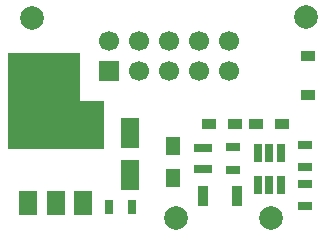
<source format=gbr>
G04 #@! TF.GenerationSoftware,KiCad,Pcbnew,(5.1.5)-3*
G04 #@! TF.CreationDate,2020-11-28T16:28:13+00:00*
G04 #@! TF.ProjectId,Retrospector_Power_Test_TPS561201,52657472-6f73-4706-9563-746f725f506f,rev?*
G04 #@! TF.SameCoordinates,Original*
G04 #@! TF.FileFunction,Soldermask,Top*
G04 #@! TF.FilePolarity,Negative*
%FSLAX46Y46*%
G04 Gerber Fmt 4.6, Leading zero omitted, Abs format (unit mm)*
G04 Created by KiCad (PCBNEW (5.1.5)-3) date 2020-11-28 16:28:13*
%MOMM*%
%LPD*%
G04 APERTURE LIST*
%ADD10C,0.100000*%
%ADD11R,0.700000X1.300000*%
%ADD12R,0.650000X1.560000*%
%ADD13R,1.600000X0.800000*%
%ADD14R,0.900000X1.700000*%
%ADD15R,1.300000X0.700000*%
%ADD16C,1.700000*%
%ADD17R,1.700000X1.700000*%
%ADD18R,3.800000X2.000000*%
%ADD19R,1.500000X2.000000*%
%ADD20R,1.200000X0.900000*%
%ADD21C,2.000000*%
%ADD22R,1.300000X1.500000*%
%ADD23R,1.600000X2.600000*%
G04 APERTURE END LIST*
D10*
G36*
X91000000Y-58500000D02*
G01*
X93000000Y-58500000D01*
X93000000Y-62500000D01*
X85000000Y-62500000D01*
X85000000Y-54500000D01*
X91000000Y-54500000D01*
X91000000Y-58500000D01*
G37*
X91000000Y-58500000D02*
X93000000Y-58500000D01*
X93000000Y-62500000D01*
X85000000Y-62500000D01*
X85000000Y-54500000D01*
X91000000Y-54500000D01*
X91000000Y-58500000D01*
D11*
X93550000Y-67500000D03*
X95450000Y-67500000D03*
D12*
X106150000Y-65650000D03*
X107100000Y-65650000D03*
X108050000Y-65650000D03*
X108050000Y-62950000D03*
X106150000Y-62950000D03*
X107100000Y-62950000D03*
D13*
X101500000Y-62500000D03*
X101500000Y-64300000D03*
D14*
X101450000Y-66600000D03*
X104350000Y-66600000D03*
D15*
X104000000Y-64350000D03*
X104000000Y-62450000D03*
X110100000Y-64150000D03*
X110100000Y-62250000D03*
X110100000Y-65550000D03*
X110100000Y-67450000D03*
D16*
X103660000Y-53460000D03*
X103660000Y-56000000D03*
X101120000Y-53460000D03*
X101120000Y-56000000D03*
X98580000Y-53460000D03*
X98580000Y-56000000D03*
X96040000Y-53460000D03*
X96040000Y-56000000D03*
X93500000Y-53460000D03*
D17*
X93500000Y-56000000D03*
D18*
X89000000Y-60850000D03*
D19*
X89000000Y-67150000D03*
X91300000Y-67150000D03*
X86700000Y-67150000D03*
D20*
X106000000Y-60500000D03*
X108200000Y-60500000D03*
X102000000Y-60500000D03*
X104200000Y-60500000D03*
D21*
X110200000Y-51400000D03*
X99200000Y-68400000D03*
X107200000Y-68400000D03*
X87000000Y-51500000D03*
D22*
X98900000Y-65050000D03*
X98900000Y-62350000D03*
D20*
X110400000Y-58050000D03*
X110400000Y-54750000D03*
D23*
X95300000Y-64800000D03*
X95300000Y-61200000D03*
M02*

</source>
